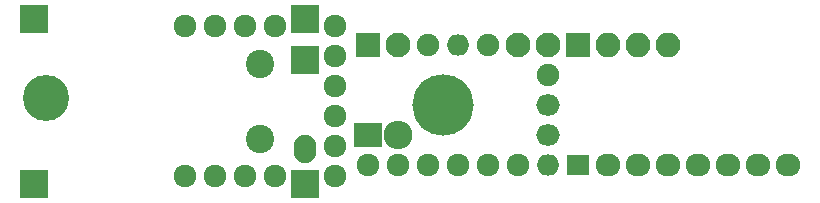
<source format=gbr>
G04 #@! TF.FileFunction,Soldermask,Bot*
%FSLAX46Y46*%
G04 Gerber Fmt 4.6, Leading zero omitted, Abs format (unit mm)*
G04 Created by KiCad (PCBNEW 4.0.2+dfsg1-stable) date 2018年07月27日 19時18分06秒*
%MOMM*%
G01*
G04 APERTURE LIST*
%ADD10C,0.100000*%
%ADD11C,1.924000*%
%ADD12C,2.400000*%
%ADD13R,2.100000X2.100000*%
%ADD14O,2.100000X2.100000*%
%ADD15O,1.900000X1.800000*%
%ADD16R,2.432000X2.000000*%
%ADD17O,2.432000X2.432000*%
%ADD18O,2.000000X1.800000*%
%ADD19C,1.900000*%
%ADD20C,5.200000*%
%ADD21O,1.900000X2.400000*%
%ADD22R,2.400000X2.400000*%
%ADD23C,3.900120*%
%ADD24O,2.100000X1.900000*%
%ADD25R,1.900000X1.700000*%
%ADD26C,2.100000*%
G04 APERTURE END LIST*
D10*
D11*
X50535800Y-88534600D03*
X50535800Y-85994600D03*
X50535800Y-83454600D03*
X50535800Y-80914600D03*
X50535800Y-78374600D03*
X50535800Y-75834600D03*
X45455800Y-75834600D03*
X42915800Y-75834600D03*
X40375800Y-75834600D03*
X37835800Y-75834600D03*
X37835800Y-88534600D03*
X40375800Y-88534600D03*
X42915800Y-88534600D03*
X45455800Y-88534600D03*
D12*
X44185800Y-85359600D03*
X44185800Y-79009600D03*
D13*
X71160600Y-77434800D03*
D14*
X73700600Y-77434800D03*
X76240600Y-77434800D03*
X78780600Y-77434800D03*
D11*
X63540600Y-87554800D03*
X66080600Y-87554800D03*
X61000600Y-87554800D03*
X58460600Y-87554800D03*
X55920600Y-87554800D03*
X53380600Y-87554800D03*
D15*
X68620600Y-87554800D03*
D16*
X53380600Y-85054800D03*
D17*
X55920600Y-85054800D03*
D18*
X68620600Y-82514800D03*
X68620600Y-85054800D03*
D19*
X68620600Y-79974800D03*
D20*
X59730600Y-82514800D03*
D21*
X48053100Y-86197300D03*
D22*
X48053100Y-78697300D03*
X48053100Y-75197300D03*
X48053100Y-89197300D03*
X25053100Y-89197300D03*
X25053100Y-75197300D03*
D23*
X26075600Y-81879800D03*
D24*
X88940600Y-87594800D03*
X83860600Y-87594800D03*
X86400600Y-87594800D03*
X81320600Y-87594800D03*
X76240600Y-87594800D03*
X78780600Y-87594800D03*
X73700600Y-87594800D03*
D25*
X71160600Y-87594800D03*
D26*
X66080600Y-77434800D03*
X68620600Y-77434800D03*
D19*
X63540600Y-77434800D03*
X58460600Y-77434800D03*
D15*
X61000600Y-77434800D03*
D26*
X55920600Y-77434800D03*
D13*
X53380600Y-77434800D03*
M02*

</source>
